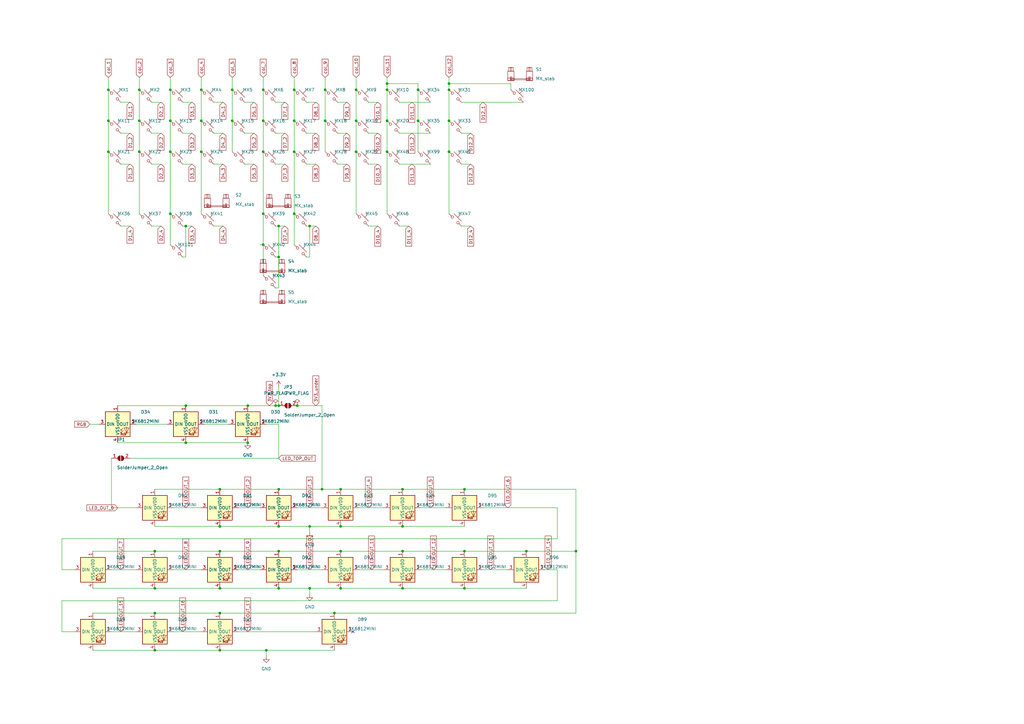
<source format=kicad_sch>
(kicad_sch (version 20230121) (generator eeschema)
  (paper "A3")
  (lib_symbols
    (symbol "Jumper:SolderJumper_2_Open" (pin_names (offset 0) hide)
      (property "Reference" "JP" (at 0 2.032 0))
      (property "Value" "SolderJumper_2_Open" (at 0 -2.54 0))
      (symbol "SolderJumper_2_Open_0_1"
        (arc (start -0.254 1.016) (mid -1.2656 0) (end -0.254 -1.016))
        (arc (start -0.254 1.016) (mid -1.2656 0) (end -0.254 -1.016) (fill (type outline)))
        (polyline (pts (xy -0.254 1.016) (xy -0.254 -1.016)))
        (polyline (pts (xy 0.254 1.016) (xy 0.254 -1.016)))
        (arc (start 0.254 -1.016) (mid 1.2656 0) (end 0.254 1.016))
        (arc (start 0.254 -1.016) (mid 1.2656 0) (end 0.254 1.016) (fill (type outline)))
      )
      (symbol "SolderJumper_2_Open_1_1"
        (pin passive line (at -3.81 0 0) (length 2.54) (name "A") (number "1"))
        (pin passive line (at 3.81 0 180) (length 2.54) (name "B") (number "2"))
      )
    )
    (symbol "PCM_marbastlib-mx:MX_SW_HS" (pin_numbers hide) (pin_names (offset 1.016) hide)
      (property "Reference" "MX" (at 3.048 1.016 0))
      (property "Value" "MX_SW_HS" (at 0 -3.81 0))
      (symbol "MX_SW_HS_0_1"
        (circle (center -1.1684 1.1684) (radius 0.508))
        (polyline (pts (xy -0.508 2.54) (xy 2.54 -0.508)))
        (polyline (pts (xy 1.016 1.016) (xy 2.032 2.032)))
        (polyline (pts (xy -2.54 2.54) (xy -1.524 1.524) (xy -1.524 1.524)))
        (polyline (pts (xy 1.524 -1.524) (xy 2.54 -2.54) (xy 2.54 -2.54) (xy 2.54 -2.54)))
        (circle (center 1.143 -1.1938) (radius 0.508))
        (pin passive line (at -2.54 2.54 0) (length 0) (name "1") (number "1"))
        (pin passive line (at 2.54 -2.54 180) (length 0) (name "2") (number "2"))
      )
    )
    (symbol "PCM_marbastlib-mx:MX_stab" (pin_names (offset 1.016))
      (property "Reference" "S" (at -5.08 6.35 0))
      (property "Value" "MX_stab" (at -5.08 3.81 0))
      (symbol "MX_stab_0_1"
        (rectangle (start -5.08 -1.524) (end -2.54 -2.54))
        (rectangle (start -5.08 1.27) (end -2.54 -2.54))
        (rectangle (start -4.826 2.794) (end -2.794 1.27))
        (rectangle (start -4.064 -2.286) (end -3.556 -1.016))
        (rectangle (start -4.064 -1.778) (end 4.064 -2.286))
        (rectangle (start -4.064 1.27) (end -3.556 2.794))
        (rectangle (start 2.54 -1.524) (end 5.08 -2.54))
        (rectangle (start 2.54 1.27) (end 5.08 -2.54))
        (rectangle (start 2.794 2.794) (end 4.826 1.27))
        (rectangle (start 3.556 1.27) (end 4.064 2.794))
        (rectangle (start 4.064 -2.286) (end 3.556 -1.016))
      )
    )
    (symbol "PCM_marbastlib-various:SK6812MINI-E"
      (property "Reference" "LED" (at 2.54 6.35 0))
      (property "Value" "SK6812MINI-E" (at 7.62 -6.35 0))
      (symbol "SK6812MINI-E_0_0"
        (text "RGB" (at 2.286 -4.191 0) (effects (font (size 0.762 0.762))))
      )
      (symbol "SK6812MINI-E_0_1"
        (polyline (pts (xy 1.27 -3.556) (xy 1.778 -3.556)))
        (polyline (pts (xy 1.27 -2.54) (xy 1.778 -2.54)))
        (polyline (pts (xy 4.699 -3.556) (xy 2.667 -3.556)))
        (polyline (pts (xy 2.286 -2.54) (xy 1.27 -3.556) (xy 1.27 -3.048)))
        (polyline (pts (xy 2.286 -1.524) (xy 1.27 -2.54) (xy 1.27 -2.032)))
        (polyline (pts (xy 3.683 -1.016) (xy 3.683 -3.556) (xy 3.683 -4.064)))
        (polyline (pts (xy 4.699 -1.524) (xy 2.667 -1.524) (xy 3.683 -3.556) (xy 4.699 -1.524)))
        (rectangle (start 5.08 5.08) (end -5.08 -5.08) (stroke (width 0.254)) (fill (type background)))
      )
      (symbol "SK6812MINI-E_1_1"
        (pin power_in line (at 0 7.62 270) (length 2.54) (name "VDD") (number "1"))
        (pin output line (at 7.62 0 180) (length 2.54) (name "DOUT") (number "2"))
        (pin input line (at -7.62 0 0) (length 2.54) (name "DIN") (number "3"))
        (pin power_in line (at 0 -7.62 90) (length 2.54) (name "VSS") (number "4"))
      )
    )
    (symbol "power:+3.3V" (power) (pin_names (offset 0))
      (property "Value" "+3.3V" (at 0 3.556 0))
      (symbol "+3.3V_0_1"
        (polyline (pts (xy -0.762 1.27) (xy 0 2.54)))
        (polyline (pts (xy 0 0) (xy 0 2.54)))
        (polyline (pts (xy 0 2.54) (xy 0.762 1.27)))
      )
      (symbol "+3.3V_1_1"
        (pin power_in line (at 0 0 90) (length 0) hide (name "+3.3V") (number "1"))
      )
    )
    (symbol "power:GND" (power) (pin_names (offset 0))
      (property "Value" "GND" (at 0 -3.81 0))
      (symbol "GND_0_1"
        (polyline (pts (xy 0 0) (xy 0 -1.27) (xy 1.27 -1.27) (xy 0 -2.54) (xy -1.27 -1.27) (xy 0 -1.27)))
      )
      (symbol "GND_1_1"
        (pin power_in line (at 0 0 270) (length 0) hide (name "GND") (number "1"))
      )
    )
    (symbol "power:PWR_FLAG" (power) (pin_numbers hide) (pin_names (offset 0) hide)
      (property "Value" "PWR_FLAG" (at 0 3.81 0))
      (symbol "PWR_FLAG_0_0"
        (pin power_out line (at 0 0 90) (length 0) (name "pwr") (number "1"))
      )
      (symbol "PWR_FLAG_0_1"
        (polyline (pts (xy 0 0) (xy 0 1.27) (xy -1.016 1.905) (xy 0 2.54) (xy 1.016 1.905) (xy 0 1.27)))
      )
    )
  )
  (junction (at 120.65 36.83))
  (junction (at 165.1 241.3))
  (junction (at 146.05 49.53))
  (junction (at 101.6 166.37))
  (junction (at 90.17 200.66))
  (junction (at 57.15 49.53))
  (junction (at 90.17 241.3))
  (junction (at 139.7 215.9))
  (junction (at 133.35 49.53))
  (junction (at 107.95 87.63))
  (junction (at 114.3 166.37))
  (junction (at 158.75 36.83))
  (junction (at 190.5 241.3))
  (junction (at 69.85 87.63))
  (junction (at 114.3 241.3))
  (junction (at 63.5 241.3))
  (junction (at 109.22 266.7))
  (junction (at 127 92.71))
  (junction (at 95.25 49.53))
  (junction (at 236.22 226.06))
  (junction (at 127 241.3))
  (junction (at 120.65 49.53))
  (junction (at 146.05 36.83))
  (junction (at 44.45 36.83))
  (junction (at 165.1 215.9))
  (junction (at 120.65 87.63))
  (junction (at 158.75 34.29))
  (junction (at 113.03 166.37))
  (junction (at 114.3 92.71))
  (junction (at 82.55 62.23))
  (junction (at 215.9 226.06))
  (junction (at 76.2 181.61))
  (junction (at 63.5 226.06))
  (junction (at 90.17 251.46))
  (junction (at 82.55 36.83))
  (junction (at 165.1 226.06))
  (junction (at 120.65 62.23))
  (junction (at 127 215.9))
  (junction (at 190.5 200.66))
  (junction (at 90.17 266.7))
  (junction (at 184.15 62.23))
  (junction (at 69.85 49.53))
  (junction (at 107.95 49.53))
  (junction (at 158.75 62.23))
  (junction (at 90.17 226.06))
  (junction (at 107.95 36.83))
  (junction (at 69.85 36.83))
  (junction (at 139.7 241.3))
  (junction (at 90.17 215.9))
  (junction (at 146.05 62.23))
  (junction (at 184.15 36.83))
  (junction (at 63.5 266.7))
  (junction (at 57.15 62.23))
  (junction (at 114.3 105.41))
  (junction (at 165.1 200.66))
  (junction (at 63.5 251.46))
  (junction (at 44.45 62.23))
  (junction (at 190.5 226.06))
  (junction (at 139.7 226.06))
  (junction (at 184.15 34.29))
  (junction (at 76.2 92.71))
  (junction (at 139.7 200.66))
  (junction (at 133.35 36.83))
  (junction (at 114.3 226.06))
  (junction (at 171.45 49.53))
  (junction (at 44.45 49.53))
  (junction (at 107.95 62.23))
  (junction (at 69.85 62.23))
  (junction (at 57.15 36.83))
  (junction (at 171.45 36.83))
  (junction (at 121.92 166.37))
  (junction (at 137.16 251.46))
  (junction (at 114.3 200.66))
  (junction (at 114.3 215.9))
  (junction (at 132.08 200.66))
  (junction (at 184.15 49.53))
  (junction (at 82.55 49.53))
  (junction (at 76.2 166.37))
  (junction (at 107.95 100.33))
  (junction (at 101.6 181.61))
  (junction (at 95.25 36.83))
  (junction (at 158.75 49.53))
  (no_connect (at 144.78 259.08))
  (wire (pts (xy 76.2 181.61) (xy 101.6 181.61)))
  (wire (pts (xy 76.2 92.71) (xy 78.74 92.71)))
  (wire (pts (xy 163.83 67.31) (xy 176.53 67.31)))
  (wire (pts (xy 114.3 158.75) (xy 114.3 166.37)))
  (wire (pts (xy 49.53 54.61) (xy 53.34 54.61)))
  (wire (pts (xy 158.75 34.29) (xy 158.75 36.83)))
  (wire (pts (xy 87.63 54.61) (xy 91.44 54.61)))
  (wire (pts (xy 49.53 67.31) (xy 53.34 67.31)))
  (wire (pts (xy 158.75 49.53) (xy 158.75 62.23)))
  (wire (pts (xy 125.73 105.41) (xy 127 105.41)))
  (wire (pts (xy 101.6 166.37) (xy 113.03 166.37)))
  (wire (pts (xy 107.95 49.53) (xy 107.95 62.23)))
  (wire (pts (xy 184.15 34.29) (xy 209.55 34.29)))
  (wire (pts (xy 44.45 62.23) (xy 44.45 87.63)))
  (wire (pts (xy 121.92 233.68) (xy 132.08 233.68)))
  (wire (pts (xy 139.7 200.66) (xy 165.1 200.66)))
  (wire (pts (xy 74.93 92.71) (xy 76.2 92.71)))
  (wire (pts (xy 236.22 200.66) (xy 236.22 226.06)))
  (wire (pts (xy 236.22 226.06) (xy 236.22 251.46)))
  (wire (pts (xy 172.72 233.68) (xy 182.88 233.68)))
  (wire (pts (xy 151.13 54.61) (xy 154.94 54.61)))
  (wire (pts (xy 107.95 36.83) (xy 107.95 49.53)))
  (wire (pts (xy 165.1 226.06) (xy 190.5 226.06)))
  (wire (pts (xy 95.25 31.75) (xy 95.25 36.83)))
  (wire (pts (xy 209.55 34.29) (xy 209.55 36.83)))
  (wire (pts (xy 184.15 31.75) (xy 184.15 34.29)))
  (wire (pts (xy 71.12 259.08) (xy 82.55 259.08)))
  (wire (pts (xy 69.85 31.75) (xy 69.85 36.83)))
  (wire (pts (xy 113.03 105.41) (xy 114.3 105.41)))
  (wire (pts (xy 57.15 36.83) (xy 57.15 49.53)))
  (wire (pts (xy 189.23 67.31) (xy 193.04 67.31)))
  (wire (pts (xy 57.15 31.75) (xy 57.15 36.83)))
  (wire (pts (xy 127 215.9) (xy 127 218.44)))
  (wire (pts (xy 114.3 226.06) (xy 139.7 226.06)))
  (wire (pts (xy 120.65 87.63) (xy 120.65 100.33)))
  (wire (pts (xy 125.73 67.31) (xy 129.54 67.31)))
  (wire (pts (xy 45.72 187.96) (xy 45.72 208.28)))
  (wire (pts (xy 125.73 54.61) (xy 129.54 54.61)))
  (wire (pts (xy 63.5 200.66) (xy 90.17 200.66)))
  (wire (pts (xy 44.45 31.75) (xy 44.45 36.83)))
  (wire (pts (xy 90.17 266.7) (xy 109.22 266.7)))
  (wire (pts (xy 127 241.3) (xy 127 243.84)))
  (wire (pts (xy 107.95 87.63) (xy 107.95 100.33)))
  (wire (pts (xy 171.45 34.29) (xy 158.75 34.29)))
  (wire (pts (xy 107.95 31.75) (xy 107.95 36.83)))
  (wire (pts (xy 100.33 41.91) (xy 104.14 41.91)))
  (wire (pts (xy 100.33 54.61) (xy 104.14 54.61)))
  (wire (pts (xy 151.13 92.71) (xy 154.94 92.71)))
  (wire (pts (xy 113.03 92.71) (xy 114.3 92.71)))
  (wire (pts (xy 69.85 36.83) (xy 69.85 49.53)))
  (wire (pts (xy 48.26 181.61) (xy 76.2 181.61)))
  (wire (pts (xy 184.15 62.23) (xy 184.15 87.63)))
  (wire (pts (xy 127 215.9) (xy 139.7 215.9)))
  (wire (pts (xy 113.03 41.91) (xy 116.84 41.91)))
  (wire (pts (xy 139.7 215.9) (xy 165.1 215.9)))
  (wire (pts (xy 90.17 200.66) (xy 114.3 200.66)))
  (wire (pts (xy 38.1 251.46) (xy 63.5 251.46)))
  (wire (pts (xy 127 241.3) (xy 139.7 241.3)))
  (wire (pts (xy 38.1 241.3) (xy 63.5 241.3)))
  (wire (pts (xy 62.23 54.61) (xy 66.04 54.61)))
  (wire (pts (xy 138.43 54.61) (xy 142.24 54.61)))
  (wire (pts (xy 121.92 166.37) (xy 132.08 166.37)))
  (wire (pts (xy 163.83 92.71) (xy 167.64 92.71)))
  (wire (pts (xy 236.22 251.46) (xy 137.16 251.46)))
  (wire (pts (xy 87.63 92.71) (xy 91.44 92.71)))
  (wire (pts (xy 45.72 233.68) (xy 55.88 233.68)))
  (wire (pts (xy 63.5 266.7) (xy 90.17 266.7)))
  (wire (pts (xy 76.2 92.71) (xy 76.2 105.41)))
  (wire (pts (xy 100.33 67.31) (xy 104.14 67.31)))
  (wire (pts (xy 69.85 62.23) (xy 69.85 87.63)))
  (wire (pts (xy 97.79 259.08) (xy 129.54 259.08)))
  (wire (pts (xy 139.7 241.3) (xy 165.1 241.3)))
  (wire (pts (xy 113.03 67.31) (xy 116.84 67.31)))
  (wire (pts (xy 87.63 41.91) (xy 91.44 41.91)))
  (wire (pts (xy 76.2 166.37) (xy 101.6 166.37)))
  (wire (pts (xy 163.83 54.61) (xy 176.53 54.61)))
  (wire (pts (xy 63.5 226.06) (xy 90.17 226.06)))
  (wire (pts (xy 138.43 67.31) (xy 142.24 67.31)))
  (wire (pts (xy 82.55 31.75) (xy 82.55 36.83)))
  (wire (pts (xy 151.13 67.31) (xy 154.94 67.31)))
  (wire (pts (xy 63.5 215.9) (xy 90.17 215.9)))
  (wire (pts (xy 228.6 246.38) (xy 25.4 246.38)))
  (wire (pts (xy 62.23 92.71) (xy 66.04 92.71)))
  (wire (pts (xy 90.17 241.3) (xy 114.3 241.3)))
  (wire (pts (xy 74.93 67.31) (xy 78.74 67.31)))
  (wire (pts (xy 165.1 241.3) (xy 190.5 241.3)))
  (wire (pts (xy 107.95 62.23) (xy 107.95 87.63)))
  (wire (pts (xy 74.93 105.41) (xy 76.2 105.41)))
  (wire (pts (xy 158.75 36.83) (xy 158.75 49.53)))
  (wire (pts (xy 44.45 49.53) (xy 44.45 62.23)))
  (wire (pts (xy 184.15 36.83) (xy 184.15 49.53)))
  (wire (pts (xy 63.5 251.46) (xy 90.17 251.46)))
  (wire (pts (xy 62.23 41.91) (xy 66.04 41.91)))
  (wire (pts (xy 55.88 173.99) (xy 68.58 173.99)))
  (wire (pts (xy 113.03 166.37) (xy 114.3 166.37)))
  (wire (pts (xy 190.5 226.06) (xy 215.9 226.06)))
  (wire (pts (xy 90.17 215.9) (xy 114.3 215.9)))
  (wire (pts (xy 132.08 166.37) (xy 132.08 200.66)))
  (wire (pts (xy 171.45 49.53) (xy 171.45 62.23)))
  (wire (pts (xy 198.12 233.68) (xy 208.28 233.68)))
  (wire (pts (xy 146.05 62.23) (xy 146.05 87.63)))
  (wire (pts (xy 57.15 49.53) (xy 57.15 62.23)))
  (wire (pts (xy 138.43 41.91) (xy 142.24 41.91)))
  (wire (pts (xy 36.83 173.99) (xy 40.64 173.99)))
  (wire (pts (xy 158.75 31.75) (xy 158.75 34.29)))
  (wire (pts (xy 114.3 241.3) (xy 127 241.3)))
  (wire (pts (xy 83.82 173.99) (xy 93.98 173.99)))
  (wire (pts (xy 69.85 87.63) (xy 69.85 100.33)))
  (wire (pts (xy 236.22 226.06) (xy 215.9 226.06)))
  (wire (pts (xy 132.08 200.66) (xy 139.7 200.66)))
  (wire (pts (xy 71.12 208.28) (xy 82.55 208.28)))
  (wire (pts (xy 127 92.71) (xy 129.54 92.71)))
  (wire (pts (xy 63.5 241.3) (xy 90.17 241.3)))
  (wire (pts (xy 45.72 259.08) (xy 55.88 259.08)))
  (wire (pts (xy 95.25 36.83) (xy 95.25 49.53)))
  (wire (pts (xy 146.05 49.53) (xy 146.05 62.23)))
  (wire (pts (xy 114.3 200.66) (xy 132.08 200.66)))
  (wire (pts (xy 109.22 173.99) (xy 114.3 173.99)))
  (wire (pts (xy 228.6 208.28) (xy 228.6 220.98)))
  (wire (pts (xy 133.35 49.53) (xy 133.35 62.23)))
  (wire (pts (xy 171.45 36.83) (xy 171.45 34.29)))
  (wire (pts (xy 74.93 41.91) (xy 78.74 41.91)))
  (wire (pts (xy 109.22 266.7) (xy 109.22 269.24)))
  (wire (pts (xy 71.12 233.68) (xy 82.55 233.68)))
  (wire (pts (xy 120.65 31.75) (xy 120.65 36.83)))
  (wire (pts (xy 120.65 49.53) (xy 120.65 62.23)))
  (wire (pts (xy 223.52 233.68) (xy 228.6 233.68)))
  (wire (pts (xy 114.3 215.9) (xy 127 215.9)))
  (wire (pts (xy 165.1 200.66) (xy 190.5 200.66)))
  (wire (pts (xy 228.6 220.98) (xy 25.4 220.98)))
  (wire (pts (xy 151.13 41.91) (xy 154.94 41.91)))
  (wire (pts (xy 127 105.41) (xy 127 92.71)))
  (wire (pts (xy 113.03 54.61) (xy 116.84 54.61)))
  (wire (pts (xy 44.45 36.83) (xy 44.45 49.53)))
  (wire (pts (xy 190.5 241.3) (xy 215.9 241.3)))
  (wire (pts (xy 49.53 92.71) (xy 53.34 92.71)))
  (wire (pts (xy 107.95 100.33) (xy 106.68 100.33)))
  (wire (pts (xy 146.05 36.83) (xy 146.05 49.53)))
  (wire (pts (xy 120.65 36.83) (xy 120.65 49.53)))
  (wire (pts (xy 184.15 34.29) (xy 184.15 36.83)))
  (wire (pts (xy 90.17 251.46) (xy 137.16 251.46)))
  (wire (pts (xy 82.55 49.53) (xy 82.55 62.23)))
  (wire (pts (xy 38.1 266.7) (xy 63.5 266.7)))
  (wire (pts (xy 125.73 92.71) (xy 127 92.71)))
  (wire (pts (xy 120.65 62.23) (xy 120.65 87.63)))
  (wire (pts (xy 133.35 31.75) (xy 133.35 36.83)))
  (wire (pts (xy 189.23 54.61) (xy 193.04 54.61)))
  (wire (pts (xy 25.4 246.38) (xy 25.4 259.08)))
  (wire (pts (xy 114.3 173.99) (xy 114.3 187.96)))
  (wire (pts (xy 74.93 54.61) (xy 78.74 54.61)))
  (wire (pts (xy 113.03 118.11) (xy 114.3 118.11)))
  (wire (pts (xy 38.1 226.06) (xy 63.5 226.06)))
  (wire (pts (xy 49.53 41.91) (xy 53.34 41.91)))
  (wire (pts (xy 189.23 92.71) (xy 193.04 92.71)))
  (wire (pts (xy 158.75 62.23) (xy 158.75 87.63)))
  (wire (pts (xy 198.12 208.28) (xy 228.6 208.28)))
  (wire (pts (xy 139.7 226.06) (xy 165.1 226.06)))
  (wire (pts (xy 114.3 92.71) (xy 114.3 105.41)))
  (wire (pts (xy 97.79 208.28) (xy 106.68 208.28)))
  (wire (pts (xy 97.79 233.68) (xy 106.68 233.68)))
  (wire (pts (xy 146.05 31.75) (xy 146.05 36.83)))
  (wire (pts (xy 82.55 62.23) (xy 82.55 87.63)))
  (wire (pts (xy 228.6 233.68) (xy 228.6 246.38)))
  (wire (pts (xy 107.95 100.33) (xy 107.95 113.03)))
  (wire (pts (xy 109.22 266.7) (xy 137.16 266.7)))
  (wire (pts (xy 189.23 41.91) (xy 214.63 41.91)))
  (wire (pts (xy 57.15 62.23) (xy 57.15 87.63)))
  (wire (pts (xy 165.1 215.9) (xy 190.5 215.9)))
  (wire (pts (xy 87.63 67.31) (xy 91.44 67.31)))
  (wire (pts (xy 147.32 233.68) (xy 157.48 233.68)))
  (wire (pts (xy 114.3 118.11) (xy 114.3 105.41)))
  (wire (pts (xy 163.83 41.91) (xy 176.53 41.91)))
  (wire (pts (xy 25.4 233.68) (xy 30.48 233.68)))
  (wire (pts (xy 114.3 92.71) (xy 116.84 92.71)))
  (wire (pts (xy 171.45 36.83) (xy 171.45 49.53)))
  (wire (pts (xy 48.26 166.37) (xy 76.2 166.37)))
  (wire (pts (xy 184.15 49.53) (xy 184.15 62.23)))
  (wire (pts (xy 45.72 208.28) (xy 55.88 208.28)))
  (wire (pts (xy 190.5 200.66) (xy 236.22 200.66)))
  (wire (pts (xy 53.34 187.96) (xy 114.3 187.96)))
  (wire (pts (xy 125.73 41.91) (xy 129.54 41.91)))
  (wire (pts (xy 172.72 208.28) (xy 182.88 208.28)))
  (wire (pts (xy 95.25 49.53) (xy 95.25 62.23)))
  (wire (pts (xy 133.35 36.83) (xy 133.35 49.53)))
  (wire (pts (xy 82.55 36.83) (xy 82.55 49.53)))
  (wire (pts (xy 25.4 259.08) (xy 30.48 259.08)))
  (wire (pts (xy 69.85 49.53) (xy 69.85 62.23)))
  (wire (pts (xy 90.17 226.06) (xy 114.3 226.06)))
  (wire (pts (xy 147.32 208.28) (xy 157.48 208.28)))
  (wire (pts (xy 62.23 67.31) (xy 66.04 67.31)))
  (wire (pts (xy 121.92 208.28) (xy 132.08 208.28)))
  (wire (pts (xy 25.4 220.98) (xy 25.4 233.68)))
  (global_label "D11_3" (shape input) (at 168.91 67.31 270) (property "Intersheetrefs" "${INTERSHEET_REFS}" (effects hide)))
  (global_label "D11_2" (shape input) (at 168.91 54.61 270) (property "Intersheetrefs" "${INTERSHEET_REFS}" (effects hide)))
  (global_label "LED_OUT_17" (shape input) (at 101.6 259.08 90) (property "Intersheetrefs" "${INTERSHEET_REFS}" (effects hide)))
  (global_label "col_2" (shape input) (at 57.15 31.75 90) (property "Intersheetrefs" "${INTERSHEET_REFS}" (effects hide)))
  (global_label "col_9" (shape input) (at 133.35 31.75 90) (property "Intersheetrefs" "${INTERSHEET_REFS}" (effects hide)))
  (global_label "3V3_under" (shape input) (at 129.54 166.37 90) (property "Intersheetrefs" "${INTERSHEET_REFS}" (effects hide)))
  (global_label "LED_OUT_8" (shape input) (at 76.2 233.68 90) (property "Intersheetrefs" "${INTERSHEET_REFS}" (effects hide)))
  (global_label "LED_OUT_11" (shape input) (at 152.4 233.68 90) (property "Intersheetrefs" "${INTERSHEET_REFS}" (effects hide)))
  (global_label "D8_1" (shape input) (at 129.54 41.91 270) (property "Intersheetrefs" "${INTERSHEET_REFS}" (effects hide)))
  (global_label "LED_OUT_6" (shape input) (at 208.28 208.28 90) (property "Intersheetrefs" "${INTERSHEET_REFS}" (effects hide)))
  (global_label "LED_OUT_13" (shape input) (at 201.2435 233.68 90) (property "Intersheetrefs" "${INTERSHEET_REFS}" (effects hide)))
  (global_label "D9_1" (shape input) (at 142.24 41.91 270) (property "Intersheetrefs" "${INTERSHEET_REFS}" (effects hide)))
  (global_label "LED_OUT_4" (shape input) (at 151.13 208.28 90) (property "Intersheetrefs" "${INTERSHEET_REFS}" (effects hide)))
  (global_label "LED_OUT_0" (shape input) (at 48.26 208.28 180) (property "Intersheetrefs" "${INTERSHEET_REFS}" (effects hide)))
  (global_label "D5_3" (shape input) (at 104.14 67.31 270) (property "Intersheetrefs" "${INTERSHEET_REFS}" (effects hide)))
  (global_label "D1_4" (shape input) (at 53.34 92.71 270) (property "Intersheetrefs" "${INTERSHEET_REFS}" (effects hide)))
  (global_label "D5_2" (shape input) (at 104.14 54.61 270) (property "Intersheetrefs" "${INTERSHEET_REFS}" (effects hide)))
  (global_label "D2_4" (shape input) (at 66.04 92.71 270) (property "Intersheetrefs" "${INTERSHEET_REFS}" (effects hide)))
  (global_label "D9_3" (shape input) (at 142.24 67.31 270) (property "Intersheetrefs" "${INTERSHEET_REFS}" (effects hide)))
  (global_label "D10_1" (shape input) (at 154.94 41.91 270) (property "Intersheetrefs" "${INTERSHEET_REFS}" (effects hide)))
  (global_label "LED_OUT_2" (shape input) (at 101.6 208.28 90) (property "Intersheetrefs" "${INTERSHEET_REFS}" (effects hide)))
  (global_label "D3_1" (shape input) (at 78.74 41.91 270) (property "Intersheetrefs" "${INTERSHEET_REFS}" (effects hide)))
  (global_label "LED_OUT_12" (shape input) (at 177.8 233.68 90) (property "Intersheetrefs" "${INTERSHEET_REFS}" (effects hide)))
  (global_label "D7_1" (shape input) (at 116.84 41.91 270) (property "Intersheetrefs" "${INTERSHEET_REFS}" (effects hide)))
  (global_label "LED_OUT_9" (shape input) (at 101.6 233.68 90) (property "Intersheetrefs" "${INTERSHEET_REFS}" (effects hide)))
  (global_label "col_3" (shape input) (at 69.85 31.75 90) (property "Intersheetrefs" "${INTERSHEET_REFS}" (effects hide)))
  (global_label "LED_OUT_5" (shape input) (at 176.53 208.28 90) (property "Intersheetrefs" "${INTERSHEET_REFS}" (effects hide)))
  (global_label "LED_OUT_14" (shape input) (at 224.79 233.68 90) (property "Intersheetrefs" "${INTERSHEET_REFS}" (effects hide)))
  (global_label "D10_4" (shape input) (at 154.94 92.71 270) (property "Intersheetrefs" "${INTERSHEET_REFS}" (effects hide)))
  (global_label "LED_TOP_OUT" (shape input) (at 114.3 187.96 0) (property "Intersheetrefs" "${INTERSHEET_REFS}" (effects hide)))
  (global_label "col_8" (shape input) (at 120.65 31.75 90) (property "Intersheetrefs" "${INTERSHEET_REFS}" (effects hide)))
  (global_label "col_4" (shape input) (at 82.55 31.75 90) (property "Intersheetrefs" "${INTERSHEET_REFS}" (effects hide)))
  (global_label "D2_1" (shape input) (at 66.04 41.91 270) (property "Intersheetrefs" "${INTERSHEET_REFS}" (effects hide)))
  (global_label "D3_3" (shape input) (at 78.74 67.31 270) (property "Intersheetrefs" "${INTERSHEET_REFS}" (effects hide)))
  (global_label "LED_OUT_16" (shape input) (at 74.93 259.08 90) (property "Intersheetrefs" "${INTERSHEET_REFS}" (effects hide)))
  (global_label "col_11" (shape input) (at 158.75 31.75 90) (property "Intersheetrefs" "${INTERSHEET_REFS}" (effects hide)))
  (global_label "LED_OUT_1" (shape input) (at 76.2 208.28 90) (property "Intersheetrefs" "${INTERSHEET_REFS}" (effects hide)))
  (global_label "D10_2" (shape input) (at 154.94 54.61 270) (property "Intersheetrefs" "${INTERSHEET_REFS}" (effects hide)))
  (global_label "D5_1" (shape input) (at 104.14 41.91 270) (property "Intersheetrefs" "${INTERSHEET_REFS}" (effects hide)))
  (global_label "LED_OUT_7" (shape input) (at 49.53 233.68 90) (property "Intersheetrefs" "${INTERSHEET_REFS}" (effects hide)))
  (global_label "col_1" (shape input) (at 44.45 31.75 90) (property "Intersheetrefs" "${INTERSHEET_REFS}" (effects hide)))
  (global_label "D1_2" (shape input) (at 53.34 54.61 270) (property "Intersheetrefs" "${INTERSHEET_REFS}" (effects hide)))
  (global_label "D8_3" (shape input) (at 129.54 67.31 270) (property "Intersheetrefs" "${INTERSHEET_REFS}" (effects hide)))
  (global_label "D8_4" (shape input) (at 129.54 92.71 270) (property "Intersheetrefs" "${INTERSHEET_REFS}" (effects hide)))
  (global_label "D7_3" (shape input) (at 116.84 67.31 270) (property "Intersheetrefs" "${INTERSHEET_REFS}" (effects hide)))
  (global_label "3V3_top" (shape input) (at 110.49 166.37 90) (property "Intersheetrefs" "${INTERSHEET_REFS}" (effects hide)))
  (global_label "D4_1" (shape input) (at 91.44 41.91 270) (property "Intersheetrefs" "${INTERSHEET_REFS}" (effects hide)))
  (global_label "D11_4" (shape input) (at 167.64 92.71 270) (property "Intersheetrefs" "${INTERSHEET_REFS}" (effects hide)))
  (global_label "D12_2" (shape input) (at 193.04 54.61 270) (property "Intersheetrefs" "${INTERSHEET_REFS}" (effects hide)))
  (global_label "D4_3" (shape input) (at 91.44 67.31 270) (property "Intersheetrefs" "${INTERSHEET_REFS}" (effects hide)))
  (global_label "LED_OUT_15" (shape input) (at 49.53 259.08 90) (property "Intersheetrefs" "${INTERSHEET_REFS}" (effects hide)))
  (global_label "D12_3" (shape input) (at 193.04 67.31 270) (property "Intersheetrefs" "${INTERSHEET_REFS}" (effects hide)))
  (global_label "LED_OUT_10" (shape input) (at 127 233.68 90) (property "Intersheetrefs" "${INTERSHEET_REFS}" (effects hide)))
  (global_label "col_10" (shape input) (at 146.05 31.75 90) (property "Intersheetrefs" "${INTERSHEET_REFS}" (effects hide)))
  (global_label "D1_3" (shape input) (at 53.34 67.31 270) (property "Intersheetrefs" "${INTERSHEET_REFS}" (effects hide)))
  (global_label "D2_3" (shape input) (at 66.04 67.31 270) (property "Intersheetrefs" "${INTERSHEET_REFS}" (effects hide)))
  (global_label "D2_2" (shape input) (at 66.04 54.61 270) (property "Intersheetrefs" "${INTERSHEET_REFS}" (effects hide)))
  (global_label "D3_4" (shape input) (at 78.74 92.71 270) (property "Intersheetrefs" "${INTERSHEET_REFS}" (effects hide)))
  (global_label "D8_2" (shape input) (at 129.54 54.61 270) (property "Intersheetrefs" "${INTERSHEET_REFS}" (effects hide)))
  (global_label "D4_4" (shape input) (at 91.44 92.71 270) (property "Intersheetrefs" "${INTERSHEET_REFS}" (effects hide)))
  (global_label "D11_1" (shape input) (at 168.91 41.91 270) (property "Intersheetrefs" "${INTERSHEET_REFS}" (effects hide)))
  (global_label "col_7" (shape input) (at 107.95 31.75 90) (property "Intersheetrefs" "${INTERSHEET_REFS}" (effects hide)))
  (global_label "D7_4" (shape input) (at 116.84 92.71 270) (property "Intersheetrefs" "${INTERSHEET_REFS}" (effects hide)))
  (global_label "D10_3" (shape input) (at 154.94 67.31 270) (property "Intersheetrefs" "${INTERSHEET_REFS}" (effects hide)))
  (global_label "D12_4" (shape input) (at 193.04 92.71 270) (property "Intersheetrefs" "${INTERSHEET_REFS}" (effects hide)))
  (global_label "D9_2" (shape input) (at 142.24 54.61 270) (property "Intersheetrefs" "${INTERSHEET_REFS}" (effects hide)))
  (global_label "col_12" (shape input) (at 184.15 31.75 90) (property "Intersheetrefs" "${INTERSHEET_REFS}" (effects hide)))
  (global_label "D7_2" (shape input) (at 116.84 54.61 270) (property "Intersheetrefs" "${INTERSHEET_REFS}" (effects hide)))
  (global_label "LED_OUT_3" (shape input) (at 127 208.28 90) (property "Intersheetrefs" "${INTERSHEET_REFS}" (effects hide)))
  (global_label "RGB" (shape input) (at 36.83 173.99 180) (property "Intersheetrefs" "${INTERSHEET_REFS}" (effects hide)))
  (global_label "D12_1" (shape input) (at 198.12 41.91 270) (property "Intersheetrefs" "${INTERSHEET_REFS}" (effects hide)))
  (global_label "D4_2" (shape input) (at 91.44 54.61 270) (property "Intersheetrefs" "${INTERSHEET_REFS}" (effects hide)))
  (global_label "col_5" (shape input) (at 95.25 31.75 90) (property "Intersheetrefs" "${INTERSHEET_REFS}" (effects hide)))
  (global_label "D3_2" (shape input) (at 78.74 54.61 270) (property "Intersheetrefs" "${INTERSHEET_REFS}" (effects hide)))
  (global_label "D1_1" (shape input) (at 53.34 41.91 270) (property "Intersheetrefs" "${INTERSHEET_REFS}" (effects hide)))
  (symbol (lib_id "PCM_marbastlib-various:SK6812MINI-E") (at 48.26 173.99 0) (unit 1)
    (property "Reference" "D34" (at 59.69 168.9732 0))
    (property "Value" "SK6812MINI" (at 59.69 172.7832 0))
    (property "Footprint" "PCM_marbastlib-various:LED_6028R" (effects hide))
    (property "Datasheet" "https://cdn-shop.adafruit.com/product-files/2686/SK6812MINI_REV.01-1-2.pdf" (effects hide))
    (instances (project "qiz" (path "" (reference "D34") (unit 1)) (path "" (reference "D45") (unit 1))))
  )
  (symbol (lib_id "PCM_marbastlib-mx:MX_SW_HS") (at 123.19 52.07 0) (unit 1)
    (property "Reference" "MX17" (at 127 49.53 0))
    (property "Value" "MX_SW_HS" (effects hide))
    (property "Footprint" "weteor:CherryMX_Hotswap" (effects hide))
    (instances (project "qiz" (path "" (reference "MX17") (unit 1)) (path "" (reference "MX21") (unit 1))))
  )
  (symbol (lib_id "PCM_marbastlib-mx:MX_SW_HS") (at 110.49 115.57 0) (unit 1)
    (property "Reference" "MX43" (at 114.3 113.03 0))
    (property "Value" "MX_SW_HS" (effects hide))
    (property "Footprint" "weteor:CherryMX_Hotswap" (effects hide))
    (instances (project "qiz" (path "" (reference "MX43") (unit 1)) (path "" (reference "MX51") (unit 1))))
  )
  (symbol (lib_id "PCM_marbastlib-mx:MX_SW_HS") (at 161.29 52.07 0) (unit 1)
    (property "Reference" "MX20" (at 165.1 49.53 0))
    (property "Value" "MX_SW_HS" (effects hide))
    (property "Footprint" "weteor:CherryMX_Hotswap" (effects hide))
    (instances (project "qiz" (path "" (reference "MX20") (unit 1)) (path "" (reference "MX24") (unit 1))))
  )
  (symbol (lib_id "PCM_marbastlib-mx:MX_SW_HS") (at 173.99 64.77 0) (unit 1)
    (property "Reference" "MX99" (at 177.8 62.23 0))
    (property "Value" "MX_SW_HS" (effects hide))
    (property "Footprint" "weteor:CherryMX_Hotswap" (effects hide))
    (instances (project "qiz" (path "" (reference "MX99") (unit 1)) (path "" (reference "MX37") (unit 1))))
  )
  (symbol (lib_id "PCM_marbastlib-various:SK6812MINI-E") (at 101.6 173.99 0) (unit 1)
    (property "Reference" "D30" (at 113.03 168.9732 0))
    (property "Value" "SK6812MINI" (at 113.03 172.7832 0))
    (property "Footprint" "PCM_marbastlib-various:LED_6028R" (effects hide))
    (property "Datasheet" "https://cdn-shop.adafruit.com/product-files/2686/SK6812MINI_REV.01-1-2.pdf" (effects hide))
    (instances (project "qiz" (path "" (reference "D30") (unit 1)) (path "" (reference "D43") (unit 1))))
  )
  (symbol (lib_id "PCM_marbastlib-mx:MX_SW_HS") (at 161.29 39.37 0) (unit 1)
    (property "Reference" "MX10" (at 165.1 36.83 0))
    (property "Value" "MX_SW_HS" (effects hide))
    (property "Footprint" "weteor:CherryMX_Hotswap_1.25u" (effects hide))
  )
  (symbol (lib_id "PCM_marbastlib-mx:MX_SW_HS") (at 161.29 64.77 0) (unit 1)
    (property "Reference" "MX48" (at 165.1 62.23 0))
    (property "Value" "MX_SW_HS" (effects hide))
    (property "Footprint" "weteor:CherryMX_Hotswap" (effects hide))
    (instances (project "qiz" (path "" (reference "MX48") (unit 1)) (path "" (reference "MX36") (unit 1))))
  )
  (symbol (lib_id "PCM_marbastlib-various:SK6812MINI-E") (at 63.5 233.68 0) (unit 1)
    (property "Reference" "D90" (at 74.93 228.6632 0))
    (property "Value" "SK6812MINI" (at 74.93 232.4732 0))
    (property "Footprint" "PCM_marbastlib-various:LED_6028R" (effects hide))
    (property "Datasheet" "https://cdn-shop.adafruit.com/product-files/2686/SK6812MINI_REV.01-1-2.pdf" (effects hide))
    (instances (project "qiz" (path "" (reference "D90") (unit 1)) (path "" (reference "D13") (unit 1))))
  )
  (symbol (lib_id "PCM_marbastlib-mx:MX_SW_HS") (at 59.69 39.37 0) (unit 1)
    (property "Reference" "MX2" (at 63.5 36.83 0))
    (property "Value" "MX_SW_HS" (effects hide))
    (property "Footprint" "weteor:CherryMX_Hotswap" (effects hide))
  )
  (symbol (lib_id "PCM_marbastlib-mx:MX_SW_HS") (at 123.19 39.37 0) (unit 1)
    (property "Reference" "MX7" (at 127 36.83 0))
    (property "Value" "MX_SW_HS" (effects hide))
    (property "Footprint" "weteor:CherryMX_Hotswap" (effects hide))
  )
  (symbol (lib_id "power:PWR_FLAG") (at 121.92 166.37 0) (unit 1)
    (property "Reference" "#FLG02" (effects hide))
    (property "Value" "PWR_FLAG" (at 121.92 161.29 0))
  )
  (symbol (lib_id "PCM_marbastlib-mx:MX_SW_HS") (at 59.69 52.07 0) (unit 1)
    (property "Reference" "MX12" (at 63.5 49.53 0))
    (property "Value" "MX_SW_HS" (effects hide))
    (property "Footprint" "weteor:CherryMX_Hotswap" (effects hide))
    (instances (project "qiz" (path "" (reference "MX12") (unit 1)) (path "" (reference "MX16") (unit 1))))
  )
  (symbol (lib_id "PCM_marbastlib-various:SK6812MINI-E") (at 114.3 208.28 0) (unit 1)
    (property "Reference" "D92" (at 125.73 203.2632 0))
    (property "Value" "SK6812MINI" (at 125.73 207.0732 0))
    (property "Footprint" "PCM_marbastlib-various:LED_6028R" (effects hide))
    (property "Datasheet" "https://cdn-shop.adafruit.com/product-files/2686/SK6812MINI_REV.01-1-2.pdf" (effects hide))
    (instances (project "qiz" (path "" (reference "D92") (unit 1)) (path "" (reference "D49") (unit 1))))
  )
  (symbol (lib_id "power:GND") (at 101.6 181.61 0) (unit 1)
    (property "Reference" "#PWR04" (effects hide))
    (property "Value" "GND" (at 101.6 186.69 0))
    (instances (project "qiz" (path "" (reference "#PWR04") (unit 1)) (path "" (reference "#PWR012") (unit 1))))
  )
  (symbol (lib_id "PCM_marbastlib-mx:MX_SW_HS") (at 135.89 52.07 0) (unit 1)
    (property "Reference" "MX18" (at 139.7 49.53 0))
    (property "Value" "MX_SW_HS" (effects hide))
    (property "Footprint" "weteor:CherryMX_Hotswap" (effects hide))
    (instances (project "qiz" (path "" (reference "MX18") (unit 1)) (path "" (reference "MX22") (unit 1))))
  )
  (symbol (lib_id "PCM_marbastlib-mx:MX_SW_HS") (at 97.79 52.07 0) (unit 1)
    (property "Reference" "MX15" (at 101.6 49.53 0))
    (property "Value" "MX_SW_HS" (effects hide))
    (property "Footprint" "weteor:CherryMX_Hotswap" (effects hide))
    (instances (project "qiz" (path "" (reference "MX15") (unit 1)) (path "" (reference "MX19") (unit 1))))
  )
  (symbol (lib_id "PCM_marbastlib-mx:MX_SW_HS") (at 110.49 102.87 0) (unit 1)
    (property "Reference" "MX40" (at 114.3 100.33 0))
    (property "Value" "MX_SW_HS" (effects hide))
    (property "Footprint" "weteor:CherryMX_Hotswap" (effects hide))
    (instances (project "qiz" (path "" (reference "MX40") (unit 1)) (path "" (reference "MX49") (unit 1))))
  )
  (symbol (lib_id "PCM_marbastlib-mx:MX_SW_HS") (at 186.69 64.77 0) (unit 1)
    (property "Reference" "MX49" (at 190.5 62.23 0))
    (property "Value" "MX_SW_HS" (effects hide))
    (property "Footprint" "weteor:CherryMX_Hotswap" (effects hide))
    (instances (project "qiz" (path "" (reference "MX49") (unit 1)) (path "" (reference "MX38") (unit 1))))
  )
  (symbol (lib_id "PCM_marbastlib-mx:MX_SW_HS") (at 46.99 64.77 0) (unit 1)
    (property "Reference" "MX21" (at 50.8 62.23 0))
    (property "Value" "MX_SW_HS" (effects hide))
    (property "Footprint" "weteor:CherryMX_Hotswap_1.5u" (effects hide))
    (instances (project "qiz" (path "" (reference "MX21") (unit 1)) (path "" (reference "MX27") (unit 1))))
  )
  (symbol (lib_id "PCM_marbastlib-various:SK6812MINI-E") (at 190.5 233.68 0) (unit 1)
    (property "Reference" "D95" (at 201.93 228.6632 0))
    (property "Value" "SK6812MINI" (at 201.93 232.4732 0))
    (property "Footprint" "PCM_marbastlib-various:LED_6028R" (effects hide))
    (property "Datasheet" "https://cdn-shop.adafruit.com/product-files/2686/SK6812MINI_REV.01-1-2.pdf" (effects hide))
    (instances (project "qiz" (path "" (reference "D95") (unit 1)) (path "" (reference "D18") (unit 1))))
  )
  (symbol (lib_id "PCM_marbastlib-mx:MX_stab") (at 111.76 121.92 0) (unit 1)
    (property "Reference" "S5" (at 118.11 119.8879 0) (effects (justify left)))
    (property "Value" "MX_stab" (at 118.11 123.6979 0) (effects (justify left)))
    (property "Footprint" "PCM_marbastlib-mx:STAB_MX_6.25u" (effects hide))
  )
  (symbol (lib_id "PCM_marbastlib-mx:MX_SW_HS") (at 110.49 52.07 0) (unit 1)
    (property "Reference" "MX16" (at 114.3 49.53 0))
    (property "Value" "MX_SW_HS" (effects hide))
    (property "Footprint" "weteor:CherryMX_Hotswap" (effects hide))
    (instances (project "qiz" (path "" (reference "MX16") (unit 1)) (path "" (reference "MX20") (unit 1))))
  )
  (symbol (lib_id "PCM_marbastlib-mx:MX_SW_HS") (at 135.89 39.37 0) (unit 1)
    (property "Reference" "MX8" (at 139.7 36.83 0))
    (property "Value" "MX_SW_HS" (effects hide))
    (property "Footprint" "weteor:CherryMX_Hotswap" (effects hide))
  )
  (symbol (lib_id "power:PWR_FLAG") (at 113.03 166.37 0) (unit 1)
    (property "Reference" "#FLG01" (effects hide))
    (property "Value" "PWR_FLAG" (at 113.03 161.29 0))
  )
  (symbol (lib_id "PCM_marbastlib-mx:MX_stab") (at 88.9 82.55 0) (unit 1)
    (property "Reference" "S2" (at 96.52 80.01 0) (effects (justify left)))
    (property "Value" "MX_stab" (at 96.52 83.82 0) (effects (justify left)))
    (property "Footprint" "PCM_marbastlib-mx:STAB_MX_2u" (effects hide))
  )
  (symbol (lib_id "power:GND") (at 109.22 269.24 0) (unit 1)
    (property "Reference" "#PWR028" (effects hide))
    (property "Value" "GND" (at 109.22 274.32 0))
  )
  (symbol (lib_id "PCM_marbastlib-various:SK6812MINI-E") (at 38.1 233.68 0) (unit 1)
    (property "Reference" "D89" (at 49.53 228.6632 0))
    (property "Value" "SK6812MINI" (at 49.53 232.4732 0))
    (property "Footprint" "PCM_marbastlib-various:LED_6028R" (effects hide))
    (property "Datasheet" "https://cdn-shop.adafruit.com/product-files/2686/SK6812MINI_REV.01-1-2.pdf" (effects hide))
    (instances (project "qiz" (path "" (reference "D89") (unit 1)) (path "" (reference "D12") (unit 1))))
  )
  (symbol (lib_id "power:GND") (at 127 243.84 0) (unit 1)
    (property "Reference" "#PWR025" (effects hide))
    (property "Value" "GND" (at 127 248.92 0))
  )
  (symbol (lib_id "PCM_marbastlib-mx:MX_SW_HS") (at 46.99 90.17 0) (unit 1)
    (property "Reference" "MX36" (at 50.8 87.63 0))
    (property "Value" "MX_SW_HS" (effects hide))
    (property "Footprint" "weteor:CherryMX_Hotswap" (effects hide))
    (instances (project "qiz" (path "" (reference "MX36") (unit 1)) (path "" (reference "MX39") (unit 1))))
  )
  (symbol (lib_id "PCM_marbastlib-mx:MX_SW_HS") (at 148.59 39.37 0) (unit 1)
    (property "Reference" "MX9" (at 152.4 36.83 0))
    (property "Value" "MX_SW_HS" (effects hide))
    (property "Footprint" "weteor:CherryMX_Hotswap" (effects hide))
  )
  (symbol (lib_id "PCM_marbastlib-various:SK6812MINI-E") (at 90.17 259.08 0) (unit 1)
    (property "Reference" "D91" (at 101.6 254.0632 0))
    (property "Value" "SK6812MINI" (at 101.6 257.8732 0))
    (property "Footprint" "PCM_marbastlib-various:LED_6028R" (effects hide))
    (property "Datasheet" "https://cdn-shop.adafruit.com/product-files/2686/SK6812MINI_REV.01-1-2.pdf" (effects hide))
    (instances (project "qiz" (path "" (reference "D91") (unit 1)) (path "" (reference "D22") (unit 1))))
  )
  (symbol (lib_id "PCM_marbastlib-mx:MX_SW_HS") (at 72.39 90.17 0) (unit 1)
    (property "Reference" "MX38" (at 76.2 87.63 0))
    (property "Value" "MX_SW_HS" (effects hide))
    (property "Footprint" "weteor:CherryMX_Hotswap" (effects hide))
    (instances (project "qiz" (path "" (reference "MX38") (unit 1)) (path "" (reference "MX41") (unit 1))))
  )
  (symbol (lib_id "PCM_marbastlib-various:SK6812MINI-E") (at 90.17 208.28 0) (unit 1)
    (property "Reference" "D91" (at 101.6 203.2632 0))
    (property "Value" "SK6812MINI" (at 101.6 207.0732 0))
    (property "Footprint" "PCM_marbastlib-various:LED_6028R" (effects hide))
    (property "Datasheet" "https://cdn-shop.adafruit.com/product-files/2686/SK6812MINI_REV.01-1-2.pdf" (effects hide))
    (instances (project "qiz" (path "" (reference "D91") (unit 1)) (path "" (reference "D48") (unit 1))))
  )
  (symbol (lib_id "PCM_marbastlib-mx:MX_SW_HS") (at 148.59 52.07 0) (unit 1)
    (property "Reference" "MX19" (at 152.4 49.53 0))
    (property "Value" "MX_SW_HS" (effects hide))
    (property "Footprint" "weteor:CherryMX_Hotswap" (effects hide))
    (instances (project "qiz" (path "" (reference "MX19") (unit 1)) (path "" (reference "MX23") (unit 1))))
  )
  (symbol (lib_id "PCM_marbastlib-mx:MX_SW_HS") (at 186.69 52.07 0) (unit 1)
    (property "Reference" "MX33" (at 190.5 49.53 0))
    (property "Value" "MX_SW_HS" (effects hide))
    (property "Footprint" "weteor:CherryMX_Hotswap" (effects hide))
    (instances (project "qiz" (path "" (reference "MX33") (unit 1)) (path "" (reference "MX26") (unit 1))))
  )
  (symbol (lib_id "PCM_marbastlib-mx:MX_stab") (at 111.76 109.22 0) (unit 1)
    (property "Reference" "S4" (at 118.11 107.1879 0) (effects (justify left)))
    (property "Value" "MX_stab" (at 118.11 110.9979 0) (effects (justify left)))
    (property "Footprint" "PCM_marbastlib-mx:STAB_MX_2.75u" (effects hide))
  )
  (symbol (lib_id "PCM_marbastlib-mx:MX_SW_HS") (at 97.79 64.77 0) (unit 1)
    (property "Reference" "MX25" (at 101.6 62.23 0))
    (property "Value" "MX_SW_HS" (effects hide))
    (property "Footprint" "weteor:CherryMX_Hotswap" (effects hide))
    (instances (project "qiz" (path "" (reference "MX25") (unit 1)) (path "" (reference "MX31") (unit 1))))
  )
  (symbol (lib_id "PCM_marbastlib-various:SK6812MINI-E") (at 215.9 233.68 0) (unit 1)
    (property "Reference" "D96" (at 227.33 228.6632 0))
    (property "Value" "SK6812MINI" (at 227.33 232.4732 0))
    (property "Footprint" "PCM_marbastlib-various:LED_6028R" (effects hide))
    (property "Datasheet" "https://cdn-shop.adafruit.com/product-files/2686/SK6812MINI_REV.01-1-2.pdf" (effects hide))
    (instances (project "qiz" (path "" (reference "D96") (unit 1)) (path "" (reference "D19") (unit 1))))
  )
  (symbol (lib_id "PCM_marbastlib-mx:MX_SW_HS") (at 148.59 90.17 0) (unit 1)
    (property "Reference" "MX45" (at 152.4 87.63 0))
    (property "Value" "MX_SW_HS" (effects hide))
    (property "Footprint" "weteor:CherryMX_Hotswap" (effects hide))
  )
  (symbol (lib_id "PCM_marbastlib-mx:MX_SW_HS") (at 123.19 64.77 0) (unit 1)
    (property "Reference" "MX27" (at 127 62.23 0))
    (property "Value" "MX_SW_HS" (effects hide))
    (property "Footprint" "weteor:CherryMX_Hotswap" (effects hide))
    (instances (project "qiz" (path "" (reference "MX27") (unit 1)) (path "" (reference "MX33") (unit 1))))
  )
  (symbol (lib_id "PCM_marbastlib-mx:MX_SW_HS") (at 110.49 39.37 0) (unit 1)
    (property "Reference" "MX6" (at 114.3 36.83 0))
    (property "Value" "MX_SW_HS" (effects hide))
    (property "Footprint" "weteor:CherryMX_Hotswap" (effects hide))
  )
  (symbol (lib_id "Jumper:SolderJumper_2_Open") (at 49.53 187.96 0) (unit 1)
    (property "Reference" "JP1" (at 49.53 180.34 0))
    (property "Value" "SolderJumper_2_Open" (at 58.42 191.77 0))
    (property "Footprint" "Jumper:SolderJumper-2_P1.3mm_Open_RoundedPad1.0x1.5mm" (effects hide))
  )
  (symbol (lib_id "PCM_marbastlib-mx:MX_SW_HS") (at 59.69 90.17 0) (unit 1)
    (property "Reference" "MX37" (at 63.5 87.63 0))
    (property "Value" "MX_SW_HS" (effects hide))
    (property "Footprint" "weteor:CherryMX_Hotswap" (effects hide))
    (instances (project "qiz" (path "" (reference "MX37") (unit 1)) (path "" (reference "MX40") (unit 1))))
  )
  (symbol (lib_id "PCM_marbastlib-various:SK6812MINI-E") (at 165.1 208.28 0) (unit 1)
    (property "Reference" "D94" (at 176.53 203.2632 0))
    (property "Value" "SK6812MINI" (at 176.53 207.0732 0))
    (property "Footprint" "PCM_marbastlib-various:LED_6028R" (effects hide))
    (property "Datasheet" "https://cdn-shop.adafruit.com/product-files/2686/SK6812MINI_REV.01-1-2.pdf" (effects hide))
    (instances (project "qiz" (path "" (reference "D94") (unit 1)) (path "" (reference "D51") (unit 1))))
  )
  (symbol (lib_id "Jumper:SolderJumper_2_Open") (at 118.11 166.37 0) (unit 1)
    (property "Reference" "JP3" (at 118.11 158.75 0))
    (property "Value" "SolderJumper_2_Open" (at 127 170.18 0))
    (property "Footprint" "Jumper:SolderJumper-2_P1.3mm_Open_RoundedPad1.0x1.5mm" (effects hide))
  )
  (symbol (lib_id "PCM_marbastlib-mx:MX_stab") (at 213.36 30.48 0) (unit 1)
    (property "Reference" "S1" (at 219.71 28.4479 0) (effects (justify left)))
    (property "Value" "MX_stab" (at 219.71 32.2579 0) (effects (justify left)))
    (property "Footprint" "PCM_marbastlib-mx:STAB_MX_ISO" (effects hide))
  )
  (symbol (lib_id "PCM_marbastlib-mx:MX_SW_HS") (at 85.09 90.17 0) (unit 1)
    (property "Reference" "MX41" (at 88.9 87.63 0))
    (property "Value" "MX_SW_HS" (effects hide))
    (property "Footprint" "weteor:CherryMX_Hotswap" (effects hide))
    (instances (project "qiz" (path "" (reference "MX41") (unit 1)) (path "" (reference "MX42") (unit 1))))
  )
  (symbol (lib_id "PCM_marbastlib-mx:MX_SW_HS") (at 72.39 64.77 0) (unit 1)
    (property "Reference" "MX23" (at 76.2 62.23 0))
    (property "Value" "MX_SW_HS" (effects hide))
    (property "Footprint" "weteor:CherryMX_Hotswap" (effects hide))
    (instances (project "qiz" (path "" (reference "MX23") (unit 1)) (path "" (reference "MX29") (unit 1))))
  )
  (symbol (lib_id "PCM_marbastlib-mx:MX_SW_HS") (at 186.69 39.37 0) (unit 1)
    (property "Reference" "MX31" (at 190.5 36.83 0))
    (property "Value" "MX_SW_HS" (effects hide))
    (property "Footprint" "weteor:CherryMX_Hotswap" (effects hide))
    (instances (project "qiz" (path "" (reference "MX31") (unit 1)) (path "" (reference "MX12") (unit 1))))
  )
  (symbol (lib_id "PCM_marbastlib-mx:MX_SW_HS") (at 59.69 64.77 0) (unit 1)
    (property "Reference" "MX22" (at 63.5 62.23 0))
    (property "Value" "MX_SW_HS" (effects hide))
    (property "Footprint" "weteor:CherryMX_Hotswap" (effects hide))
    (instances (project "qiz" (path "" (reference "MX22") (unit 1)) (path "" (reference "MX28") (unit 1))))
  )
  (symbol (lib_id "PCM_marbastlib-various:SK6812MINI-E") (at 38.1 259.08 0) (unit 1)
    (property "Reference" "D89" (at 49.53 254.0632 0))
    (property "Value" "SK6812MINI" (at 49.53 257.8732 0))
    (property "Footprint" "PCM_marbastlib-various:LED_6028R" (effects hide))
    (property "Datasheet" "https://cdn-shop.adafruit.com/product-files/2686/SK6812MINI_REV.01-1-2.pdf" (effects hide))
    (instances (project "qiz" (path "" (reference "D89") (unit 1)) (path "" (reference "D20") (unit 1))))
  )
  (symbol (lib_id "PCM_marbastlib-mx:MX_SW_HS") (at 72.39 102.87 0) (unit 1)
    (property "Reference" "MX101" (at 76.2 100.33 0))
    (property "Value" "MX_SW_HS" (effects hide))
    (property "Footprint" "weteor:CherryMX_Hotswap_1.75u" (effects hide))
    (instances (project "qiz" (path "" (reference "MX101") (unit 1)) (path "" (reference "MX48") (unit 1))))
  )
  (symbol (lib_id "PCM_marbastlib-mx:MX_SW_HS") (at 72.39 39.37 0) (unit 1)
    (property "Reference" "MX3" (at 76.2 36.83 0))
    (property "Value" "MX_SW_HS" (effects hide))
    (property "Footprint" "weteor:CherryMX_Hotswap" (effects hide))
  )
  (symbol (lib_id "PCM_marbastlib-mx:MX_SW_HS") (at 46.99 52.07 0) (unit 1)
    (property "Reference" "MX11" (at 50.8 49.53 0))
    (property "Value" "MX_SW_HS" (effects hide))
    (property "Footprint" "weteor:CherryMX_Hotswap_1.25u" (effects hide))
    (instances (project "qiz" (path "" (reference "MX11") (unit 1)) (path "" (reference "MX15") (unit 1))))
  )
  (symbol (lib_id "PCM_marbastlib-mx:MX_SW_HS") (at 123.19 102.87 0) (unit 1)
    (property "Reference" "MX44" (at 127 100.33 0))
    (property "Value" "MX_SW_HS" (effects hide))
    (property "Footprint" "weteor:CherryMX_Hotswap_1.75u" (effects hide))
    (instances (project "qiz" (path "" (reference "MX44") (unit 1)) (path "" (reference "MX50") (unit 1))))
  )
  (symbol (lib_id "PCM_marbastlib-mx:MX_SW_HS") (at 186.69 90.17 0) (unit 1)
    (property "Reference" "MX47" (at 190.5 87.63 0))
    (property "Value" "MX_SW_HS" (effects hide))
    (property "Footprint" "weteor:CherryMX_Hotswap" (effects hide))
  )
  (symbol (lib_id "PCM_marbastlib-mx:MX_SW_HS") (at 110.49 90.17 0) (unit 1)
    (property "Reference" "MX39" (at 114.3 87.63 0))
    (property "Value" "MX_SW_HS" (effects hide))
    (property "Footprint" "weteor:CherryMX_Hotswap" (effects hide))
    (instances (project "qiz" (path "" (reference "MX39") (unit 1)) (path "" (reference "MX43") (unit 1))))
  )
  (symbol (lib_id "PCM_marbastlib-mx:MX_SW_HS") (at 46.99 39.37 0) (unit 1)
    (property "Reference" "MX1" (at 50.8 36.83 0))
    (property "Value" "MX_SW_HS" (effects hide))
    (property "Footprint" "weteor:CherryMX_Hotswap" (effects hide))
  )
  (symbol (lib_id "PCM_marbastlib-mx:MX_SW_HS") (at 85.09 64.77 0) (unit 1)
    (property "Reference" "MX24" (at 88.9 62.23 0))
    (property "Value" "MX_SW_HS" (effects hide))
    (property "Footprint" "weteor:CherryMX_Hotswap" (effects hide))
    (instances (project "qiz" (path "" (reference "MX24") (unit 1)) (path "" (reference "MX30") (unit 1))))
  )
  (symbol (lib_id "PCM_marbastlib-mx:MX_SW_HS") (at 85.09 52.07 0) (unit 1)
    (property "Reference" "MX14" (at 88.9 49.53 0))
    (property "Value" "MX_SW_HS" (effects hide))
    (property "Footprint" "weteor:CherryMX_Hotswap" (effects hide))
    (instances (project "qiz" (path "" (reference "MX14") (unit 1)) (path "" (reference "MX18") (unit 1))))
  )
  (symbol (lib_id "PCM_marbastlib-mx:MX_SW_HS") (at 123.19 90.17 0) (unit 1)
    (property "Reference" "MX42" (at 127 87.63 0))
    (property "Value" "MX_SW_HS" (effects hide))
    (property "Footprint" "weteor:CherryMX_Hotswap" (effects hide))
    (instances (project "qiz" (path "" (reference "MX42") (unit 1)) (path "" (reference "MX44") (unit 1))))
  )
  (symbol (lib_id "PCM_marbastlib-mx:MX_SW_HS") (at 173.99 39.37 0) (unit 1)
    (property "Reference" "MX34" (at 177.8 36.83 0))
    (property "Value" "MX_SW_HS" (effects hide))
    (property "Footprint" "weteor:CherryMX_Hotswap_1.75u" (effects hide))
    (instances (project "qiz" (path "" (reference "MX34") (unit 1)) (path "" (reference "MX11") (unit 1))))
  )
  (symbol (lib_id "PCM_marbastlib-various:SK6812MINI-E") (at 139.7 233.68 0) (unit 1)
    (property "Reference" "D93" (at 151.13 228.6632 0))
    (property "Value" "SK6812MINI" (at 151.13 232.4732 0))
    (property "Footprint" "PCM_marbastlib-various:LED_6028R" (effects hide))
    (property "Datasheet" "https://cdn-shop.adafruit.com/product-files/2686/SK6812MINI_REV.01-1-2.pdf" (effects hide))
    (instances (project "qiz" (path "" (reference "D93") (unit 1)) (path "" (reference "D16") (unit 1))))
  )
  (symbol (lib_id "PCM_marbastlib-mx:MX_SW_HS") (at 148.59 64.77 0) (unit 1)
    (property "Reference" "MX29" (at 152.4 62.23 0))
    (property "Value" "MX_SW_HS" (effects hide))
    (property "Footprint" "weteor:CherryMX_Hotswap" (effects hide))
    (instances (project "qiz" (path "" (reference "MX29") (unit 1)) (path "" (reference "MX35") (unit 1))))
  )
  (symbol (lib_id "PCM_marbastlib-mx:MX_SW_HS") (at 161.29 90.17 0) (unit 1)
    (property "Reference" "MX46" (at 165.1 87.63 0))
    (property "Value" "MX_SW_HS" (effects hide))
    (property "Footprint" "weteor:CherryMX_Hotswap" (effects hide))
  )
  (symbol (lib_id "PCM_marbastlib-mx:MX_SW_HS") (at 85.09 39.37 0) (unit 1)
    (property "Reference" "MX4" (at 88.9 36.83 0))
    (property "Value" "MX_SW_HS" (effects hide))
    (property "Footprint" "weteor:CherryMX_Hotswap" (effects hide))
  )
  (symbol (lib_id "PCM_marbastlib-mx:MX_stab") (at 114.3 82.55 0) (unit 1)
    (property "Reference" "S3" (at 120.65 80.5179 0) (effects (justify left)))
    (property "Value" "MX_stab" (at 120.65 84.3279 0) (effects (justify left)))
    (property "Footprint" "PCM_marbastlib-mx:STAB_MX_2.25u" (effects hide))
  )
  (symbol (lib_id "PCM_marbastlib-various:SK6812MINI-E") (at 114.3 233.68 0) (unit 1)
    (property "Reference" "D92" (at 125.73 228.6632 0))
    (property "Value" "SK6812MINI" (at 125.73 232.4732 0))
    (property "Footprint" "PCM_marbastlib-various:LED_6028R" (effects hide))
    (property "Datasheet" "https://cdn-shop.adafruit.com/product-files/2686/SK6812MINI_REV.01-1-2.pdf" (effects hide))
    (instances (project "qiz" (path "" (reference "D92") (unit 1)) (path "" (reference "D15") (unit 1))))
  )
  (symbol (lib_id "PCM_marbastlib-mx:MX_SW_HS") (at 110.49 64.77 0) (unit 1)
    (property "Reference" "MX26" (at 114.3 62.23 0))
    (property "Value" "MX_SW_HS" (effects hide))
    (property "Footprint" "weteor:CherryMX_Hotswap" (effects hide))
    (instances (project "qiz" (path "" (reference "MX26") (unit 1)) (path "" (reference "MX32") (unit 1))))
  )
  (symbol (lib_id "PCM_marbastlib-various:SK6812MINI-E") (at 63.5 208.28 0) (unit 1)
    (property "Reference" "D90" (at 74.93 203.2632 0))
    (property "Value" "SK6812MINI" (at 74.93 207.0732 0))
    (property "Footprint" "PCM_marbastlib-various:LED_6028R" (effects hide))
    (property "Datasheet" "https://cdn-shop.adafruit.com/product-files/2686/SK6812MINI_REV.01-1-2.pdf" (effects hide))
    (instances (project "qiz" (path "" (reference "D90") (unit 1)) (path "" (reference "D47") (unit 1))))
  )
  (symbol (lib_id "PCM_marbastlib-various:SK6812MINI-E") (at 63.5 259.08 0) (unit 1)
    (property "Reference" "D90" (at 74.93 254.0632 0))
    (property "Value" "SK6812MINI" (at 74.93 257.8732 0))
    (property "Footprint" "PCM_marbastlib-various:LED_6028R" (effects hide))
    (property "Datasheet" "https://cdn-shop.adafruit.com/product-files/2686/SK6812MINI_REV.01-1-2.pdf" (effects hide))
    (instances (project "qiz" (path "" (reference "D90") (unit 1)) (path "" (reference "D21") (unit 1))))
  )
  (symbol (lib_id "PCM_marbastlib-mx:MX_SW_HS") (at 97.79 39.37 0) (unit 1)
    (property "Reference" "MX5" (at 101.6 36.83 0))
    (property "Value" "MX_SW_HS" (effects hide))
    (property "Footprint" "weteor:CherryMX_Hotswap" (effects hide))
  )
  (symbol (lib_id "PCM_marbastlib-mx:MX_SW_HS") (at 173.99 52.07 0) (unit 1)
    (property "Reference" "MX35" (at 177.8 49.53 0))
    (property "Value" "MX_SW_HS" (effects hide))
    (property "Footprint" "weteor:CherryMX_Hotswap_1.5u" (effects hide))
    (instances (project "qiz" (path "" (reference "MX35") (unit 1)) (path "" (reference "MX25") (unit 1))))
  )
  (symbol (lib_id "PCM_marbastlib-various:SK6812MINI-E") (at 90.17 233.68 0) (unit 1)
    (property "Reference" "D91" (at 101.6 228.6632 0))
    (property "Value" "SK6812MINI" (at 101.6 232.4732 0))
    (property "Footprint" "PCM_marbastlib-various:LED_6028R" (effects hide))
    (property "Datasheet" "https://cdn-shop.adafruit.com/product-files/2686/SK6812MINI_REV.01-1-2.pdf" (effects hide))
    (instances (project "qiz" (path "" (reference "D91") (unit 1)) (path "" (reference "D14") (unit 1))))
  )
  (symbol (lib_id "PCM_marbastlib-mx:MX_SW_HS") (at 72.39 52.07 0) (unit 1)
    (property "Reference" "MX13" (at 76.2 49.53 0))
    (property "Value" "MX_SW_HS" (effects hide))
    (property "Footprint" "weteor:CherryMX_Hotswap" (effects hide))
    (instances (project "qiz" (path "" (reference "MX13") (unit 1)) (path "" (reference "MX17") (unit 1))))
  )
  (symbol (lib_id "PCM_marbastlib-mx:MX_SW_HS") (at 212.09 39.37 0) (unit 1)
    (property "Reference" "MX100" (at 215.9 36.83 0))
    (property "Value" "MX_SW_HS" (effects hide))
    (property "Footprint" "weteor:CherryMX_Hotswap" (effects hide))
    (instances (project "qiz" (path "" (reference "MX100") (unit 1)) (path "" (reference "MX14") (unit 1))))
  )
  (symbol (lib_id "power:GND") (at 127 218.44 0) (unit 1)
    (property "Reference" "#PWR013" (effects hide))
    (property "Value" "GND" (at 127 223.52 0))
  )
  (symbol (lib_id "PCM_marbastlib-various:SK6812MINI-E") (at 139.7 208.28 0) (unit 1)
    (property "Reference" "D93" (at 151.13 203.2632 0))
    (property "Value" "SK6812MINI" (at 151.13 207.0732 0))
    (property "Footprint" "PCM_marbastlib-various:LED_6028R" (effects hide))
    (property "Datasheet" "https://cdn-shop.adafruit.com/product-files/2686/SK6812MINI_REV.01-1-2.pdf" (effects hide))
    (instances (project "qiz" (path "" (reference "D93") (unit 1)) (path "" (reference "D50") (unit 1))))
  )
  (symbol (lib_id "power:+3.3V") (at 114.3 158.75 0) (unit 1)
    (property "Reference" "#PWR09" (effects hide))
    (property "Value" "+3.3V" (at 114.3 153.67 0))
  )
  (symbol (lib_id "PCM_marbastlib-various:SK6812MINI-E") (at 165.1 233.68 0) (unit 1)
    (property "Reference" "D94" (at 176.53 228.6632 0))
    (property "Value" "SK6812MINI" (at 176.53 232.4732 0))
    (property "Footprint" "PCM_marbastlib-various:LED_6028R" (effects hide))
    (property "Datasheet" "https://cdn-shop.adafruit.com/product-files/2686/SK6812MINI_REV.01-1-2.pdf" (effects hide))
    (instances (project "qiz" (path "" (reference "D94") (unit 1)) (path "" (reference "D17") (unit 1))))
  )
  (symbol (lib_id "PCM_marbastlib-various:SK6812MINI-E") (at 190.5 208.28 0) (unit 1)
    (property "Reference" "D95" (at 201.93 203.2632 0))
    (property "Value" "SK6812MINI" (at 201.93 207.0732 0))
    (property "Footprint" "PCM_marbastlib-various:LED_6028R" (effects hide))
    (property "Datasheet" "https://cdn-shop.adafruit.com/product-files/2686/SK6812MINI_REV.01-1-2.pdf" (effects hide))
    (instances (project "qiz" (path "" (reference "D95") (unit 1)) (path "" (reference "D52") (unit 1))))
  )
  (symbol (lib_id "PCM_marbastlib-mx:MX_SW_HS") (at 135.89 64.77 0) (unit 1)
    (property "Reference" "MX28" (at 139.7 62.23 0))
    (property "Value" "MX_SW_HS" (effects hide))
    (property "Footprint" "weteor:CherryMX_Hotswap" (effects hide))
    (instances (project "qiz" (path "" (reference "MX28") (unit 1)) (path "" (reference "MX34") (unit 1))))
  )
  (symbol (lib_id "PCM_marbastlib-various:SK6812MINI-E") (at 76.2 173.99 0) (unit 1)
    (property "Reference" "D31" (at 87.63 168.9732 0))
    (property "Value" "SK6812MINI" (at 87.63 172.7832 0))
    (property "Footprint" "PCM_marbastlib-various:LED_6028R" (effects hide))
    (property "Datasheet" "https://cdn-shop.adafruit.com/product-files/2686/SK6812MINI_REV.01-1-2.pdf" (effects hide))
    (instances (project "qiz" (path "" (reference "D31") (unit 1)) (path "" (reference "D44") (unit 1))))
  )
  (symbol (lib_id "PCM_marbastlib-various:SK6812MINI-E") (at 137.16 259.08 0) (unit 1)
    (property "Reference" "D89" (at 148.59 254.0632 0))
    (property "Value" "SK6812MINI" (at 148.59 257.8732 0))
    (property "Footprint" "PCM_marbastlib-various:LED_6028R" (effects hide))
    (property "Datasheet" "https://cdn-shop.adafruit.com/product-files/2686/SK6812MINI_REV.01-1-2.pdf" (effects hide))
    (instances (project "qiz" (path "" (reference "D89") (unit 1)) (path "" (reference "D36") (unit 1))))
  )
)
</source>
